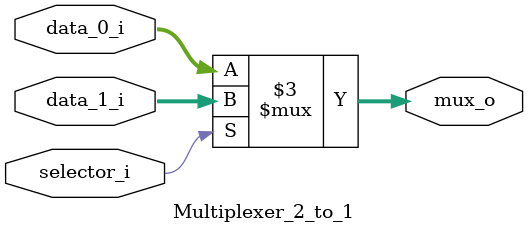
<source format=v>
/******************************************************************
* Description
*	This is a  an 2to1 multiplexer that can be parameterized in its bit-width.
*	1.0
* Author:
*	Dr. José Luis Pizano Escalante
* email:
*	luispizano@iteso.mx
* Date:
*	05/07/2020
******************************************************************/

module Multiplexer_2_to_1
#(
	parameter N_BITS=32
)
(
	input selector_i,
	input [N_BITS-1:0] data_0_i,
	input [N_BITS-1:0] data_1_i,
	
	output reg [N_BITS-1:0] mux_o

);

	always@(selector_i, data_1_i, data_0_i) begin
		if(selector_i)
			mux_o = data_1_i;
		else
			mux_o = data_0_i;
	end

endmodule

</source>
